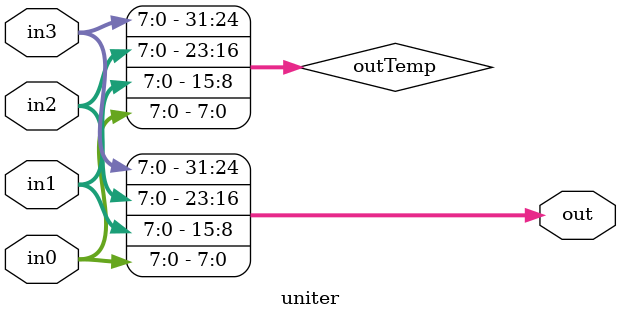
<source format=v>

module uniter(
	input 		[7:0] in0,in1,in2,in3,
	output 		[31:0] out
);
wire [31:0] outTemp;

assign outTemp[7:0] = 	in0;
assign outTemp[15:8] = 	in1;
assign outTemp[23:16] = 	in2;
assign outTemp[31:24] = 	in3;

assign out = outTemp;
endmodule 
</source>
